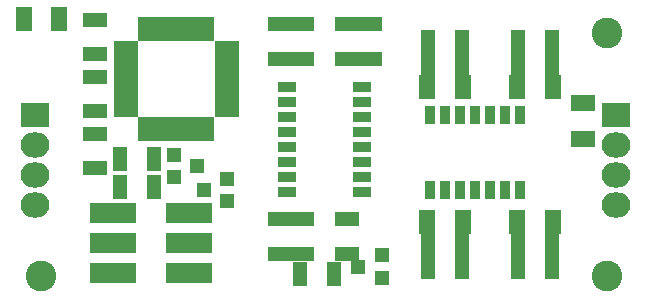
<source format=gbr>
G04 #@! TF.FileFunction,Soldermask,Bot*
%FSLAX46Y46*%
G04 Gerber Fmt 4.6, Leading zero omitted, Abs format (unit mm)*
G04 Created by KiCad (PCBNEW 4.0.5+dfsg1-4) date Sun Sep  9 22:04:29 2018*
%MOMM*%
%LPD*%
G01*
G04 APERTURE LIST*
%ADD10C,0.100000*%
%ADD11R,0.950000X2.000000*%
%ADD12R,2.000000X0.950000*%
%ADD13R,1.300000X2.100000*%
%ADD14R,1.400000X2.000000*%
%ADD15R,2.000000X1.400000*%
%ADD16R,4.000000X1.670000*%
%ADD17R,1.300000X1.200000*%
%ADD18R,2.100000X1.300000*%
%ADD19R,0.908000X1.543000*%
%ADD20R,2.432000X2.127200*%
%ADD21O,2.432000X2.127200*%
%ADD22R,1.543000X0.908000*%
%ADD23C,2.600000*%
G04 APERTURE END LIST*
D10*
D11*
X44190000Y-23690000D03*
X44990000Y-23690000D03*
X45790000Y-23690000D03*
X46590000Y-23690000D03*
X47390000Y-23690000D03*
X48190000Y-23690000D03*
X48990000Y-23690000D03*
X49790000Y-23690000D03*
D12*
X51240000Y-25140000D03*
X51240000Y-25940000D03*
X51240000Y-26740000D03*
X51240000Y-27540000D03*
X51240000Y-28340000D03*
X51240000Y-29140000D03*
X51240000Y-29940000D03*
X51240000Y-30740000D03*
D11*
X49790000Y-32190000D03*
X48990000Y-32190000D03*
X48190000Y-32190000D03*
X47390000Y-32190000D03*
X46590000Y-32190000D03*
X45790000Y-32190000D03*
X44990000Y-32190000D03*
X44190000Y-32190000D03*
D12*
X42740000Y-30740000D03*
X42740000Y-29940000D03*
X42740000Y-29140000D03*
X42740000Y-28340000D03*
X42740000Y-27540000D03*
X42740000Y-26740000D03*
X42740000Y-25940000D03*
X42740000Y-25140000D03*
D13*
X71173000Y-43815000D03*
X68273000Y-43815000D03*
D14*
X34060000Y-22860000D03*
X37060000Y-22860000D03*
X71223000Y-28575000D03*
X68223000Y-28575000D03*
D15*
X81407000Y-29996000D03*
X81407000Y-32996000D03*
D14*
X78843000Y-28575000D03*
X75843000Y-28575000D03*
X75843000Y-40005000D03*
X78843000Y-40005000D03*
X68223000Y-40005000D03*
X71223000Y-40005000D03*
D16*
X48031000Y-39243000D03*
X48031000Y-41783000D03*
X48031000Y-44323000D03*
X41631000Y-44323000D03*
X41631000Y-41783000D03*
X41631000Y-39243000D03*
D17*
X51292000Y-36388000D03*
X51292000Y-38288000D03*
X49292000Y-37338000D03*
X46752000Y-36256000D03*
X46752000Y-34356000D03*
X48752000Y-35306000D03*
X64373000Y-42865000D03*
X64373000Y-44765000D03*
X62373000Y-43815000D03*
D13*
X68273000Y-26670000D03*
X71173000Y-26670000D03*
X75893000Y-26670000D03*
X78793000Y-26670000D03*
X78793000Y-41910000D03*
X75893000Y-41910000D03*
X71173000Y-41910000D03*
X68273000Y-41910000D03*
D18*
X40132000Y-22934000D03*
X40132000Y-25834000D03*
D13*
X68273000Y-24765000D03*
X71173000Y-24765000D03*
X75893000Y-24765000D03*
X78793000Y-24765000D03*
X78793000Y-43815000D03*
X75893000Y-43815000D03*
X45138000Y-34671000D03*
X42238000Y-34671000D03*
X45138000Y-37084000D03*
X42238000Y-37084000D03*
D18*
X40132000Y-35486000D03*
X40132000Y-32586000D03*
X40132000Y-27760000D03*
X40132000Y-30660000D03*
X57658000Y-23315000D03*
X57658000Y-26215000D03*
X55753000Y-23315000D03*
X55753000Y-26215000D03*
X55753000Y-42725000D03*
X55753000Y-39825000D03*
X57658000Y-42725000D03*
X57658000Y-39825000D03*
X61468000Y-42725000D03*
X61468000Y-39825000D03*
X63373000Y-23315000D03*
X63373000Y-26215000D03*
X61468000Y-23315000D03*
X61468000Y-26215000D03*
D13*
X57478000Y-44450000D03*
X60378000Y-44450000D03*
D19*
X68453000Y-30988000D03*
X69723000Y-30988000D03*
X70993000Y-30988000D03*
X72263000Y-30988000D03*
X73533000Y-30988000D03*
X74803000Y-30988000D03*
X76073000Y-30988000D03*
X76073000Y-37338000D03*
X74803000Y-37338000D03*
X72263000Y-37338000D03*
X70993000Y-37338000D03*
X69723000Y-37338000D03*
X68453000Y-37338000D03*
X73533000Y-37338000D03*
D20*
X84201000Y-30988000D03*
D21*
X84201000Y-33528000D03*
X84201000Y-36068000D03*
X84201000Y-38608000D03*
D20*
X35052000Y-30988000D03*
D21*
X35052000Y-33528000D03*
X35052000Y-36068000D03*
X35052000Y-38608000D03*
D22*
X62738000Y-37465000D03*
X62738000Y-34925000D03*
X62738000Y-33655000D03*
X62738000Y-32385000D03*
X62738000Y-31115000D03*
X62738000Y-29845000D03*
X62738000Y-28575000D03*
X56388000Y-28575000D03*
X56388000Y-29845000D03*
X56388000Y-31115000D03*
X56388000Y-32385000D03*
X56388000Y-33655000D03*
X56388000Y-34925000D03*
X56388000Y-36195000D03*
X56388000Y-37465000D03*
X62738000Y-36195000D03*
D23*
X35560000Y-44577000D03*
X83439000Y-24003000D03*
X83439000Y-44577000D03*
M02*

</source>
